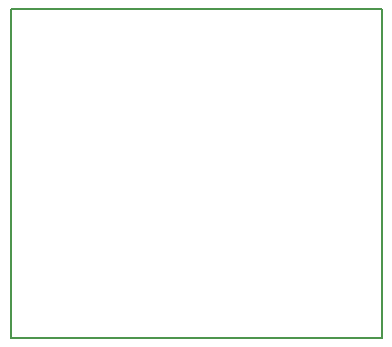
<source format=gbr>
G04 #@! TF.FileFunction,Other,User*
%FSLAX46Y46*%
G04 Gerber Fmt 4.6, Leading zero omitted, Abs format (unit mm)*
G04 Created by KiCad (PCBNEW 4.0.5) date 02/21/17 00:05:23*
%MOMM*%
%LPD*%
G01*
G04 APERTURE LIST*
%ADD10C,0.025400*%
%ADD11C,0.200000*%
G04 APERTURE END LIST*
D10*
D11*
X159918400Y-100203000D02*
X128498600Y-100203000D01*
X159918400Y-72415400D02*
X159918400Y-100203000D01*
X128498600Y-72415400D02*
X159918400Y-72415400D01*
X128498600Y-100203000D02*
X128498600Y-72415400D01*
M02*

</source>
